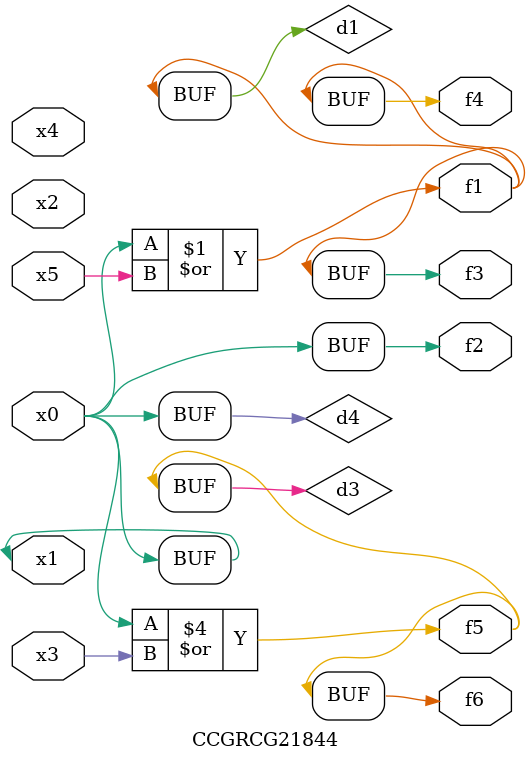
<source format=v>
module CCGRCG21844(
	input x0, x1, x2, x3, x4, x5,
	output f1, f2, f3, f4, f5, f6
);

	wire d1, d2, d3, d4;

	or (d1, x0, x5);
	xnor (d2, x1, x4);
	or (d3, x0, x3);
	buf (d4, x0, x1);
	assign f1 = d1;
	assign f2 = d4;
	assign f3 = d1;
	assign f4 = d1;
	assign f5 = d3;
	assign f6 = d3;
endmodule

</source>
